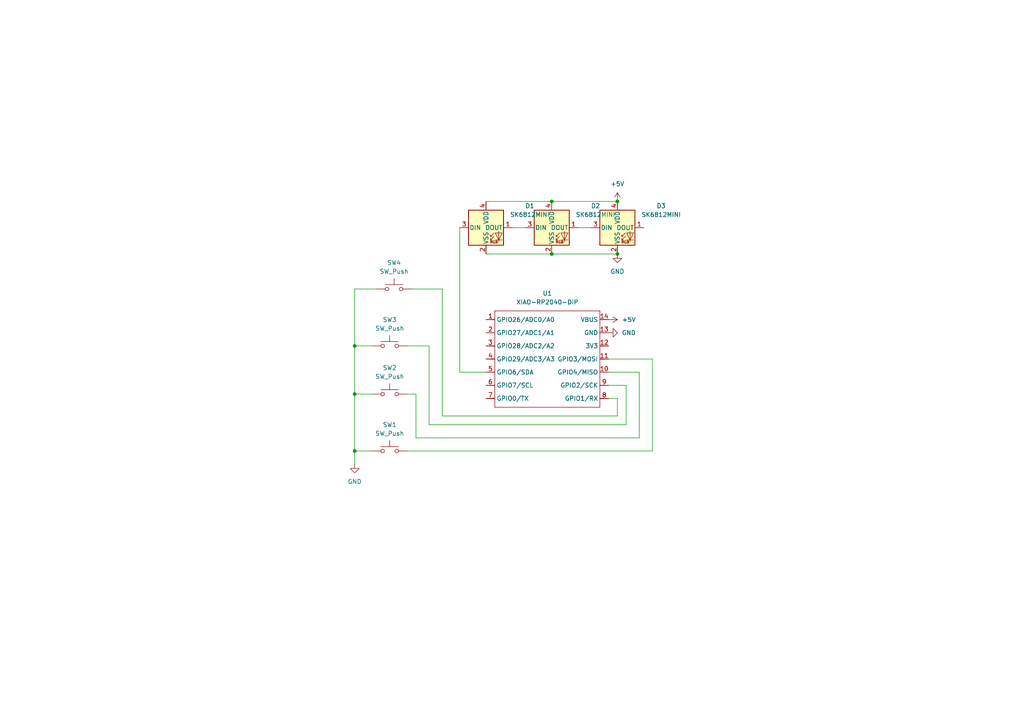
<source format=kicad_sch>
(kicad_sch (version 20231120) (generator "eeschema") (generator_version "8.0")
  (paper "A4")
  (lib_symbols
    (symbol "LED:SK6812MINI" (pin_names (offset 0.254))
      (property "Reference" "D" (at 5.08 5.715 0))
      (property "Value" "SK6812MINI" (at 1.27 -5.715 0))
      (symbol "SK6812MINI_0_0"
        (text "RGB" (at 2.286 -4.191 0) (effects (font (size 0.762 0.762))))
      )
      (symbol "SK6812MINI_0_1"
        (polyline (pts (xy 1.27 -3.556) (xy 1.778 -3.556)))
        (polyline (pts (xy 1.27 -2.54) (xy 1.778 -2.54)))
        (polyline (pts (xy 4.699 -3.556) (xy 2.667 -3.556)))
        (polyline (pts (xy 2.286 -2.54) (xy 1.27 -3.556) (xy 1.27 -3.048)))
        (polyline (pts (xy 2.286 -1.524) (xy 1.27 -2.54) (xy 1.27 -2.032)))
        (polyline (pts (xy 3.683 -1.016) (xy 3.683 -3.556) (xy 3.683 -4.064)))
        (polyline (pts (xy 4.699 -1.524) (xy 2.667 -1.524) (xy 3.683 -3.556) (xy 4.699 -1.524)))
        (rectangle (start 5.08 5.08) (end -5.08 -5.08) (stroke (width 0.254)) (fill (type background)))
      )
      (symbol "SK6812MINI_1_1"
        (pin output line (at 7.62 0 180) (length 2.54) (name "DOUT") (number "1"))
        (pin power_in line (at 0 -7.62 90) (length 2.54) (name "VSS") (number "2"))
        (pin input line (at -7.62 0 0) (length 2.54) (name "DIN") (number "3"))
        (pin power_in line (at 0 7.62 270) (length 2.54) (name "VDD") (number "4"))
      )
    )
    (symbol "OPL:XIAO-RP2040-DIP"
      (property "Reference" "U" (at 0 0 0))
      (property "Value" "XIAO-RP2040-DIP" (at 5.334 -1.778 0))
      (symbol "XIAO-RP2040-DIP_1_0"
        (polyline (pts (xy -1.27 -30.48) (xy -1.27 -16.51)) (stroke (width 0.1524)))
        (polyline (pts (xy -1.27 -27.94) (xy -2.54 -27.94)) (stroke (width 0.1524)))
        (polyline (pts (xy -1.27 -24.13) (xy -2.54 -24.13)) (stroke (width 0.1524)))
        (polyline (pts (xy -1.27 -20.32) (xy -2.54 -20.32)) (stroke (width 0.1524)))
        (polyline (pts (xy -1.27 -16.51) (xy -2.54 -16.51)) (stroke (width 0.1524)))
        (polyline (pts (xy -1.27 -16.51) (xy -1.27 -12.7)) (stroke (width 0.1524)))
        (polyline (pts (xy -1.27 -12.7) (xy -2.54 -12.7)) (stroke (width 0.1524)))
        (polyline (pts (xy -1.27 -12.7) (xy -1.27 -8.89)) (stroke (width 0.1524)))
        (polyline (pts (xy -1.27 -8.89) (xy -2.54 -8.89)) (stroke (width 0.1524)))
        (polyline (pts (xy -1.27 -8.89) (xy -1.27 -5.08)) (stroke (width 0.1524)))
        (polyline (pts (xy -1.27 -5.08) (xy -2.54 -5.08)) (stroke (width 0.1524)))
        (polyline (pts (xy -1.27 -5.08) (xy -1.27 -2.54)) (stroke (width 0.1524)))
        (polyline (pts (xy -1.27 -2.54) (xy 29.21 -2.54)) (stroke (width 0.1524)))
        (polyline (pts (xy 29.21 -30.48) (xy -1.27 -30.48)) (stroke (width 0.1524)))
        (polyline (pts (xy 29.21 -12.7) (xy 29.21 -30.48)) (stroke (width 0.1524)))
        (polyline (pts (xy 29.21 -8.89) (xy 29.21 -12.7)) (stroke (width 0.1524)))
        (polyline (pts (xy 29.21 -5.08) (xy 29.21 -8.89)) (stroke (width 0.1524)))
        (polyline (pts (xy 29.21 -2.54) (xy 29.21 -5.08)) (stroke (width 0.1524)))
        (polyline (pts (xy 30.48 -27.94) (xy 29.21 -27.94)) (stroke (width 0.1524)))
        (polyline (pts (xy 30.48 -24.13) (xy 29.21 -24.13)) (stroke (width 0.1524)))
        (polyline (pts (xy 30.48 -20.32) (xy 29.21 -20.32)) (stroke (width 0.1524)))
        (polyline (pts (xy 30.48 -16.51) (xy 29.21 -16.51)) (stroke (width 0.1524)))
        (polyline (pts (xy 30.48 -12.7) (xy 29.21 -12.7)) (stroke (width 0.1524)))
        (polyline (pts (xy 30.48 -8.89) (xy 29.21 -8.89)) (stroke (width 0.1524)))
        (polyline (pts (xy 30.48 -5.08) (xy 29.21 -5.08)) (stroke (width 0.1524)))
        (pin passive line (at -3.81 -5.08 0) (length 2.54) (name "GPIO26/ADC0/A0") (number "1"))
        (pin passive line (at 31.75 -20.32 180) (length 2.54) (name "GPIO4/MISO") (number "10"))
        (pin passive line (at 31.75 -16.51 180) (length 2.54) (name "GPIO3/MOSI") (number "11"))
        (pin passive line (at 31.75 -12.7 180) (length 2.54) (name "3V3") (number "12"))
        (pin passive line (at 31.75 -8.89 180) (length 2.54) (name "GND") (number "13"))
        (pin passive line (at 31.75 -5.08 180) (length 2.54) (name "VBUS") (number "14"))
        (pin passive line (at -3.81 -8.89 0) (length 2.54) (name "GPIO27/ADC1/A1") (number "2"))
        (pin passive line (at -3.81 -12.7 0) (length 2.54) (name "GPIO28/ADC2/A2") (number "3"))
        (pin passive line (at -3.81 -16.51 0) (length 2.54) (name "GPIO29/ADC3/A3") (number "4"))
        (pin passive line (at -3.81 -20.32 0) (length 2.54) (name "GPIO6/SDA") (number "5"))
        (pin passive line (at -3.81 -24.13 0) (length 2.54) (name "GPIO7/SCL") (number "6"))
        (pin passive line (at -3.81 -27.94 0) (length 2.54) (name "GPIO0/TX") (number "7"))
        (pin passive line (at 31.75 -27.94 180) (length 2.54) (name "GPIO1/RX") (number "8"))
        (pin passive line (at 31.75 -24.13 180) (length 2.54) (name "GPIO2/SCK") (number "9"))
      )
    )
    (symbol "Switch:SW_Push" (pin_numbers hide) (pin_names (offset 1.016) hide)
      (property "Reference" "SW" (at 1.27 2.54 0))
      (property "Value" "SW_Push" (at 0 -1.524 0))
      (symbol "SW_Push_0_1"
        (circle (center -2.032 0) (radius 0.508))
        (polyline (pts (xy 0 1.27) (xy 0 3.048)))
        (polyline (pts (xy 2.54 1.27) (xy -2.54 1.27)))
        (circle (center 2.032 0) (radius 0.508))
        (pin passive line (at -5.08 0 0) (length 2.54) (name "1") (number "1"))
        (pin passive line (at 5.08 0 180) (length 2.54) (name "2") (number "2"))
      )
    )
    (symbol "power:+5V" (power) (pin_numbers hide) (pin_names (offset 0) hide)
      (property "Value" "+5V" (at 0 3.556 0))
      (symbol "+5V_0_1"
        (polyline (pts (xy -0.762 1.27) (xy 0 2.54)))
        (polyline (pts (xy 0 0) (xy 0 2.54)))
        (polyline (pts (xy 0 2.54) (xy 0.762 1.27)))
      )
      (symbol "+5V_1_1"
        (pin power_in line (at 0 0 90) (length 0) (name "~") (number "1"))
      )
    )
    (symbol "power:GND" (power) (pin_numbers hide) (pin_names (offset 0) hide)
      (property "Value" "GND" (at 0 -3.81 0))
      (symbol "GND_0_1"
        (polyline (pts (xy 0 0) (xy 0 -1.27) (xy 1.27 -1.27) (xy 0 -2.54) (xy -1.27 -1.27) (xy 0 -1.27)))
      )
      (symbol "GND_1_1"
        (pin power_in line (at 0 0 270) (length 0) (name "~") (number "1"))
      )
    )
  )
  (junction (at 102.87 114.3))
  (junction (at 179.07 58.42))
  (junction (at 179.07 73.66))
  (junction (at 160.02 58.42))
  (junction (at 102.87 100.33))
  (junction (at 102.87 130.81))
  (junction (at 160.02 73.66))
  (wire (pts (xy 128.27 120.65) (xy 179.07 120.65)))
  (wire (pts (xy 119.38 83.82) (xy 128.27 83.82)))
  (wire (pts (xy 128.27 83.82) (xy 128.27 120.65)))
  (wire (pts (xy 118.11 100.33) (xy 124.46 100.33)))
  (wire (pts (xy 102.87 130.81) (xy 107.95 130.81)))
  (wire (pts (xy 179.07 73.66) (xy 160.02 73.66)))
  (wire (pts (xy 102.87 100.33) (xy 107.95 100.33)))
  (wire (pts (xy 160.02 58.42) (xy 140.97 58.42)))
  (wire (pts (xy 124.46 123.19) (xy 181.61 123.19)))
  (wire (pts (xy 176.53 107.95) (xy 185.42 107.95)))
  (wire (pts (xy 118.11 130.81) (xy 189.23 130.81)))
  (wire (pts (xy 185.42 127) (xy 185.42 107.95)))
  (wire (pts (xy 102.87 83.82) (xy 109.22 83.82)))
  (wire (pts (xy 124.46 100.33) (xy 124.46 123.19)))
  (wire (pts (xy 179.07 120.65) (xy 179.07 115.57)))
  (wire (pts (xy 181.61 123.19) (xy 181.61 111.76)))
  (wire (pts (xy 120.65 127) (xy 185.42 127)))
  (wire (pts (xy 189.23 104.14) (xy 176.53 104.14)))
  (wire (pts (xy 189.23 130.81) (xy 189.23 104.14)))
  (wire (pts (xy 118.11 114.3) (xy 120.65 114.3)))
  (wire (pts (xy 133.35 66.04) (xy 133.35 107.95)))
  (wire (pts (xy 102.87 134.62) (xy 102.87 130.81)))
  (wire (pts (xy 148.59 66.04) (xy 152.4 66.04)))
  (wire (pts (xy 179.07 58.42) (xy 160.02 58.42)))
  (wire (pts (xy 133.35 107.95) (xy 140.97 107.95)))
  (wire (pts (xy 102.87 100.33) (xy 102.87 83.82)))
  (wire (pts (xy 102.87 114.3) (xy 102.87 100.33)))
  (wire (pts (xy 102.87 130.81) (xy 102.87 114.3)))
  (wire (pts (xy 176.53 115.57) (xy 179.07 115.57)))
  (wire (pts (xy 176.53 111.76) (xy 181.61 111.76)))
  (wire (pts (xy 167.64 66.04) (xy 171.45 66.04)))
  (wire (pts (xy 160.02 73.66) (xy 140.97 73.66)))
  (wire (pts (xy 120.65 114.3) (xy 120.65 127)))
  (wire (pts (xy 102.87 114.3) (xy 107.95 114.3)))
  (symbol (lib_id "OPL:XIAO-RP2040-DIP") (at 144.78 87.63 0) (unit 1)
    (property "Reference" "U1" (at 158.75 85.09 0))
    (property "Value" "XIAO-RP2040-DIP" (at 158.75 87.63 0))
    (property "Footprint" "OPL:XIAO-RP2040-DIP" (effects (hide yes)))
  )
  (symbol (lib_id "power:+5V") (at 179.07 58.42 0) (unit 1)
    (property "Reference" "#PWR05" (effects (hide yes)))
    (property "Value" "+5V" (at 179.07 53.34 0))
    (property "Description" "Power symbol creates a global label with name \"+5V\"" (effects (hide yes)))
  )
  (symbol (lib_id "LED:SK6812MINI") (at 179.07 66.04 0) (unit 1)
    (property "Reference" "D3" (at 191.77 59.7214 0))
    (property "Value" "SK6812MINI" (at 191.77 62.2614 0))
    (property "Footprint" "LED_SMD:LED_SK6812MINI_PLCC4_3.5x3.5mm_P1.75mm" (effects (hide yes)))
    (property "Datasheet" "https://cdn-shop.adafruit.com/product-files/2686/SK6812MINI_REV.01-1-2.pdf" (effects (hide yes)))
    (property "Description" "RGB LED with integrated controller" (effects (hide yes)))
  )
  (symbol (lib_id "Switch:SW_Push") (at 113.03 114.3 0) (unit 1)
    (property "Reference" "SW2" (at 113.03 106.68 0))
    (property "Value" "SW_Push" (at 113.03 109.22 0))
    (property "Footprint" "Button_Switch_Keyboard:SW_Cherry_MX_1.00u_PCB" (effects (hide yes)))
    (property "Description" "Push button switch, generic, two pins" (effects (hide yes)))
  )
  (symbol (lib_id "Switch:SW_Push") (at 113.03 100.33 0) (unit 1)
    (property "Reference" "SW3" (at 113.03 92.71 0))
    (property "Value" "SW_Push" (at 113.03 95.25 0))
    (property "Footprint" "Button_Switch_Keyboard:SW_Cherry_MX_1.00u_PCB" (effects (hide yes)))
    (property "Description" "Push button switch, generic, two pins" (effects (hide yes)))
  )
  (symbol (lib_id "LED:SK6812MINI") (at 140.97 66.04 0) (unit 1)
    (property "Reference" "D1" (at 153.67 59.7214 0))
    (property "Value" "SK6812MINI" (at 153.67 62.2614 0))
    (property "Footprint" "LED_SMD:LED_SK6812MINI_PLCC4_3.5x3.5mm_P1.75mm" (effects (hide yes)))
    (property "Datasheet" "https://cdn-shop.adafruit.com/product-files/2686/SK6812MINI_REV.01-1-2.pdf" (effects (hide yes)))
    (property "Description" "RGB LED with integrated controller" (effects (hide yes)))
  )
  (symbol (lib_id "power:GND") (at 179.07 73.66 0) (unit 1)
    (property "Reference" "#PWR04" (effects (hide yes)))
    (property "Value" "GND" (at 179.07 78.74 0))
    (property "Description" "Power symbol creates a global label with name \"GND\" , ground" (effects (hide yes)))
  )
  (symbol (lib_id "LED:SK6812MINI") (at 160.02 66.04 0) (unit 1)
    (property "Reference" "D2" (at 172.72 59.7214 0))
    (property "Value" "SK6812MINI" (at 172.72 62.2614 0))
    (property "Footprint" "LED_SMD:LED_SK6812MINI_PLCC4_3.5x3.5mm_P1.75mm" (effects (hide yes)))
    (property "Datasheet" "https://cdn-shop.adafruit.com/product-files/2686/SK6812MINI_REV.01-1-2.pdf" (effects (hide yes)))
    (property "Description" "RGB LED with integrated controller" (effects (hide yes)))
  )
  (symbol (lib_id "power:GND") (at 176.53 96.52 90) (unit 1)
    (property "Reference" "#PWR02" (effects (hide yes)))
    (property "Value" "GND" (at 180.34 96.5199 90) (effects (justify right)))
    (property "Description" "Power symbol creates a global label with name \"GND\" , ground" (effects (hide yes)))
  )
  (symbol (lib_id "Switch:SW_Push") (at 113.03 130.81 0) (unit 1)
    (property "Reference" "SW1" (at 113.03 123.19 0))
    (property "Value" "SW_Push" (at 113.03 125.73 0))
    (property "Footprint" "Button_Switch_Keyboard:SW_Cherry_MX_1.00u_PCB" (effects (hide yes)))
    (property "Description" "Push button switch, generic, two pins" (effects (hide yes)))
  )
  (symbol (lib_id "Switch:SW_Push") (at 114.3 83.82 0) (unit 1)
    (property "Reference" "SW4" (at 114.3 76.2 0))
    (property "Value" "SW_Push" (at 114.3 78.74 0))
    (property "Footprint" "Button_Switch_Keyboard:SW_Cherry_MX_1.00u_PCB" (effects (hide yes)))
    (property "Description" "Push button switch, generic, two pins" (effects (hide yes)))
  )
  (symbol (lib_id "power:GND") (at 102.87 134.62 0) (unit 1)
    (property "Reference" "#PWR01" (effects (hide yes)))
    (property "Value" "GND" (at 102.87 139.7 0))
    (property "Description" "Power symbol creates a global label with name \"GND\" , ground" (effects (hide yes)))
  )
  (symbol (lib_id "power:+5V") (at 176.53 92.71 270) (unit 1)
    (property "Reference" "#PWR03" (effects (hide yes)))
    (property "Value" "+5V" (at 180.34 92.7099 90) (effects (justify left)))
    (property "Description" "Power symbol creates a global label with name \"+5V\"" (effects (hide yes)))
  )
)
</source>
